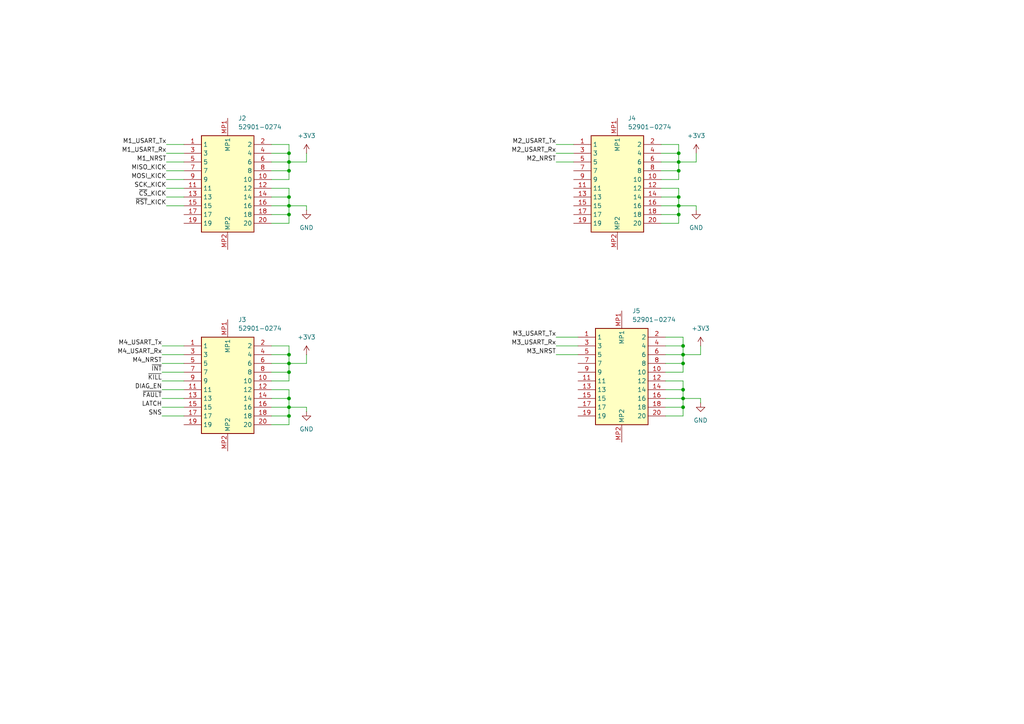
<source format=kicad_sch>
(kicad_sch (version 20231120) (generator "eeschema") (generator_version "8.0")
  (paper "A4")
  (lib_symbols
    (symbol "52901-0274:52901-0274"
      (property "Reference" "J" (at 34.29 12.7 0))
      (property "Value" "52901-0274" (at 34.29 10.16 0))
      (symbol "52901-0274_1_1"
        (rectangle (start 5.08 7.62) (end 33.02 -7.62) (stroke (width 0.254)) (fill (type background)))
        (pin passive line (at 7.62 -12.7 90) (length 5.08) (name "1") (number "1"))
        (pin passive line (at 17.78 12.7 270) (length 5.08) (name "10") (number "10"))
        (pin passive line (at 20.32 -12.7 90) (length 5.08) (name "11") (number "11"))
        (pin passive line (at 20.32 12.7 270) (length 5.08) (name "12") (number "12"))
        (pin passive line (at 22.86 -12.7 90) (length 5.08) (name "13") (number "13"))
        (pin passive line (at 22.86 12.7 270) (length 5.08) (name "14") (number "14"))
        (pin passive line (at 25.4 -12.7 90) (length 5.08) (name "15") (number "15"))
        (pin passive line (at 25.4 12.7 270) (length 5.08) (name "16") (number "16"))
        (pin passive line (at 27.94 -12.7 90) (length 5.08) (name "17") (number "17"))
        (pin passive line (at 27.94 12.7 270) (length 5.08) (name "18") (number "18"))
        (pin passive line (at 30.48 -12.7 90) (length 5.08) (name "19") (number "19"))
        (pin passive line (at 7.62 12.7 270) (length 5.08) (name "2") (number "2"))
        (pin passive line (at 30.48 12.7 270) (length 5.08) (name "20") (number "20"))
        (pin passive line (at 10.16 -12.7 90) (length 5.08) (name "3") (number "3"))
        (pin passive line (at 10.16 12.7 270) (length 5.08) (name "4") (number "4"))
        (pin passive line (at 12.7 -12.7 90) (length 5.08) (name "5") (number "5"))
        (pin passive line (at 12.7 12.7 270) (length 5.08) (name "6") (number "6"))
        (pin passive line (at 15.24 -12.7 90) (length 5.08) (name "7") (number "7"))
        (pin passive line (at 15.24 12.7 270) (length 5.08) (name "8") (number "8"))
        (pin passive line (at 17.78 -12.7 90) (length 5.08) (name "9") (number "9"))
        (pin passive line (at 0 0 0) (length 5.08) (name "MP1") (number "MP1"))
        (pin passive line (at 38.1 0 180) (length 5.08) (name "MP2") (number "MP2"))
      )
    )
    (symbol "power:+3V3" (power) (pin_numbers hide) (pin_names (offset 0) hide)
      (property "Value" "+3V3" (at 0 3.556 0))
      (symbol "+3V3_0_1"
        (polyline (pts (xy -0.762 1.27) (xy 0 2.54)))
        (polyline (pts (xy 0 0) (xy 0 2.54)))
        (polyline (pts (xy 0 2.54) (xy 0.762 1.27)))
      )
      (symbol "+3V3_1_1"
        (pin power_in line (at 0 0 90) (length 0) (name "~") (number "1"))
      )
    )
    (symbol "power:GND" (power) (pin_numbers hide) (pin_names (offset 0) hide)
      (property "Value" "GND" (at 0 -3.81 0))
      (symbol "GND_0_1"
        (polyline (pts (xy 0 0) (xy 0 -1.27) (xy 1.27 -1.27) (xy 0 -2.54) (xy -1.27 -1.27) (xy 0 -1.27)))
      )
      (symbol "GND_1_1"
        (pin power_in line (at 0 0 270) (length 0) (name "~") (number "1"))
      )
    )
  )
  (junction (at 83.82 44.45))
  (junction (at 83.82 120.65))
  (junction (at 196.85 62.23))
  (junction (at 198.12 115.57))
  (junction (at 196.85 44.45))
  (junction (at 198.12 100.33))
  (junction (at 198.12 118.11))
  (junction (at 196.85 46.99))
  (junction (at 83.82 57.15))
  (junction (at 83.82 59.69))
  (junction (at 198.12 102.87))
  (junction (at 83.82 62.23))
  (junction (at 198.12 105.41))
  (junction (at 196.85 59.69))
  (junction (at 196.85 57.15))
  (junction (at 198.12 113.03))
  (junction (at 83.82 115.57))
  (junction (at 83.82 107.95))
  (junction (at 83.82 102.87))
  (junction (at 196.85 49.53))
  (junction (at 83.82 105.41))
  (junction (at 83.82 118.11))
  (junction (at 83.82 46.99))
  (junction (at 83.82 49.53))
  (wire (pts (xy 191.77 41.91) (xy 196.85 41.91)))
  (wire (pts (xy 83.82 64.77) (xy 78.74 64.77)))
  (wire (pts (xy 196.85 62.23) (xy 196.85 64.77)))
  (wire (pts (xy 196.85 46.99) (xy 196.85 49.53)))
  (wire (pts (xy 83.82 113.03) (xy 83.82 115.57)))
  (wire (pts (xy 83.82 49.53) (xy 83.82 52.07)))
  (wire (pts (xy 83.82 115.57) (xy 78.74 115.57)))
  (wire (pts (xy 198.12 100.33) (xy 198.12 102.87)))
  (wire (pts (xy 83.82 100.33) (xy 83.82 102.87)))
  (wire (pts (xy 196.85 64.77) (xy 191.77 64.77)))
  (wire (pts (xy 78.74 113.03) (xy 83.82 113.03)))
  (wire (pts (xy 83.82 120.65) (xy 83.82 123.19)))
  (wire (pts (xy 196.85 41.91) (xy 196.85 44.45)))
  (wire (pts (xy 83.82 105.41) (xy 83.82 107.95)))
  (wire (pts (xy 196.85 59.69) (xy 201.93 59.69)))
  (wire (pts (xy 83.82 62.23) (xy 78.74 62.23)))
  (wire (pts (xy 198.12 102.87) (xy 198.12 105.41)))
  (wire (pts (xy 83.82 118.11) (xy 83.82 120.65)))
  (wire (pts (xy 191.77 49.53) (xy 196.85 49.53)))
  (wire (pts (xy 191.77 46.99) (xy 196.85 46.99)))
  (wire (pts (xy 83.82 123.19) (xy 78.74 123.19)))
  (wire (pts (xy 83.82 52.07) (xy 78.74 52.07)))
  (wire (pts (xy 198.12 120.65) (xy 193.04 120.65)))
  (wire (pts (xy 196.85 59.69) (xy 191.77 59.69)))
  (wire (pts (xy 196.85 59.69) (xy 196.85 62.23)))
  (wire (pts (xy 196.85 44.45) (xy 196.85 46.99)))
  (wire (pts (xy 46.99 120.65) (xy 53.34 120.65)))
  (wire (pts (xy 83.82 110.49) (xy 78.74 110.49)))
  (wire (pts (xy 198.12 113.03) (xy 193.04 113.03)))
  (wire (pts (xy 83.82 107.95) (xy 83.82 110.49)))
  (wire (pts (xy 191.77 44.45) (xy 196.85 44.45)))
  (wire (pts (xy 193.04 102.87) (xy 198.12 102.87)))
  (wire (pts (xy 198.12 118.11) (xy 193.04 118.11)))
  (wire (pts (xy 78.74 44.45) (xy 83.82 44.45)))
  (wire (pts (xy 161.29 46.99) (xy 166.37 46.99)))
  (wire (pts (xy 48.26 44.45) (xy 53.34 44.45)))
  (wire (pts (xy 83.82 115.57) (xy 83.82 118.11)))
  (wire (pts (xy 83.82 59.69) (xy 88.9 59.69)))
  (wire (pts (xy 46.99 110.49) (xy 53.34 110.49)))
  (wire (pts (xy 193.04 100.33) (xy 198.12 100.33)))
  (wire (pts (xy 88.9 59.69) (xy 88.9 60.96)))
  (wire (pts (xy 83.82 118.11) (xy 88.9 118.11)))
  (wire (pts (xy 48.26 52.07) (xy 53.34 52.07)))
  (wire (pts (xy 193.04 105.41) (xy 198.12 105.41)))
  (wire (pts (xy 161.29 44.45) (xy 166.37 44.45)))
  (wire (pts (xy 161.29 102.87) (xy 167.64 102.87)))
  (wire (pts (xy 48.26 57.15) (xy 53.34 57.15)))
  (wire (pts (xy 198.12 107.95) (xy 193.04 107.95)))
  (wire (pts (xy 83.82 120.65) (xy 78.74 120.65)))
  (wire (pts (xy 48.26 49.53) (xy 53.34 49.53)))
  (wire (pts (xy 48.26 54.61) (xy 53.34 54.61)))
  (wire (pts (xy 48.26 41.91) (xy 53.34 41.91)))
  (wire (pts (xy 161.29 41.91) (xy 166.37 41.91)))
  (wire (pts (xy 46.99 118.11) (xy 53.34 118.11)))
  (wire (pts (xy 83.82 62.23) (xy 83.82 64.77)))
  (wire (pts (xy 88.9 44.45) (xy 88.9 46.99)))
  (wire (pts (xy 193.04 110.49) (xy 198.12 110.49)))
  (wire (pts (xy 78.74 46.99) (xy 83.82 46.99)))
  (wire (pts (xy 46.99 115.57) (xy 53.34 115.57)))
  (wire (pts (xy 198.12 115.57) (xy 193.04 115.57)))
  (wire (pts (xy 46.99 113.03) (xy 53.34 113.03)))
  (wire (pts (xy 46.99 100.33) (xy 53.34 100.33)))
  (wire (pts (xy 78.74 49.53) (xy 83.82 49.53)))
  (wire (pts (xy 196.85 57.15) (xy 196.85 59.69)))
  (wire (pts (xy 83.82 59.69) (xy 78.74 59.69)))
  (wire (pts (xy 78.74 105.41) (xy 83.82 105.41)))
  (wire (pts (xy 83.82 41.91) (xy 83.82 44.45)))
  (wire (pts (xy 198.12 110.49) (xy 198.12 113.03)))
  (wire (pts (xy 198.12 102.87) (xy 203.2 102.87)))
  (wire (pts (xy 83.82 44.45) (xy 83.82 46.99)))
  (wire (pts (xy 83.82 118.11) (xy 78.74 118.11)))
  (wire (pts (xy 161.29 97.79) (xy 167.64 97.79)))
  (wire (pts (xy 78.74 54.61) (xy 83.82 54.61)))
  (wire (pts (xy 196.85 46.99) (xy 201.93 46.99)))
  (wire (pts (xy 198.12 115.57) (xy 198.12 118.11)))
  (wire (pts (xy 46.99 102.87) (xy 53.34 102.87)))
  (wire (pts (xy 203.2 115.57) (xy 203.2 116.84)))
  (wire (pts (xy 198.12 113.03) (xy 198.12 115.57)))
  (wire (pts (xy 201.93 44.45) (xy 201.93 46.99)))
  (wire (pts (xy 83.82 46.99) (xy 88.9 46.99)))
  (wire (pts (xy 83.82 57.15) (xy 83.82 59.69)))
  (wire (pts (xy 196.85 62.23) (xy 191.77 62.23)))
  (wire (pts (xy 161.29 100.33) (xy 167.64 100.33)))
  (wire (pts (xy 198.12 118.11) (xy 198.12 120.65)))
  (wire (pts (xy 83.82 54.61) (xy 83.82 57.15)))
  (wire (pts (xy 83.82 57.15) (xy 78.74 57.15)))
  (wire (pts (xy 78.74 102.87) (xy 83.82 102.87)))
  (wire (pts (xy 46.99 107.95) (xy 53.34 107.95)))
  (wire (pts (xy 88.9 102.87) (xy 88.9 105.41)))
  (wire (pts (xy 78.74 100.33) (xy 83.82 100.33)))
  (wire (pts (xy 196.85 54.61) (xy 196.85 57.15)))
  (wire (pts (xy 83.82 46.99) (xy 83.82 49.53)))
  (wire (pts (xy 83.82 102.87) (xy 83.82 105.41)))
  (wire (pts (xy 198.12 105.41) (xy 198.12 107.95)))
  (wire (pts (xy 48.26 46.99) (xy 53.34 46.99)))
  (wire (pts (xy 193.04 97.79) (xy 198.12 97.79)))
  (wire (pts (xy 78.74 41.91) (xy 83.82 41.91)))
  (wire (pts (xy 198.12 115.57) (xy 203.2 115.57)))
  (wire (pts (xy 201.93 59.69) (xy 201.93 60.96)))
  (wire (pts (xy 203.2 100.33) (xy 203.2 102.87)))
  (wire (pts (xy 48.26 59.69) (xy 53.34 59.69)))
  (wire (pts (xy 196.85 57.15) (xy 191.77 57.15)))
  (wire (pts (xy 198.12 97.79) (xy 198.12 100.33)))
  (wire (pts (xy 88.9 118.11) (xy 88.9 119.38)))
  (wire (pts (xy 196.85 49.53) (xy 196.85 52.07)))
  (wire (pts (xy 78.74 107.95) (xy 83.82 107.95)))
  (wire (pts (xy 46.99 105.41) (xy 53.34 105.41)))
  (wire (pts (xy 83.82 105.41) (xy 88.9 105.41)))
  (wire (pts (xy 83.82 59.69) (xy 83.82 62.23)))
  (wire (pts (xy 191.77 54.61) (xy 196.85 54.61)))
  (wire (pts (xy 196.85 52.07) (xy 191.77 52.07)))
  (label "MISO_KICK" (at 48.26 49.53 180))
  (label "SCK_KICK" (at 48.26 54.61 180))
  (label "LATCH" (at 46.99 118.11 180))
  (label "M4_USART_Rx" (at 46.99 102.87 180))
  (label "M4_USART_Tx" (at 46.99 100.33 180))
  (label "M1_USART_Rx" (at 48.26 44.45 180))
  (label "M3_NRST" (at 161.29 102.87 180))
  (label "M2_USART_Rx" (at 161.29 44.45 180))
  (label "~{FAULT}" (at 46.99 115.57 180))
  (label "DIAG_EN" (at 46.99 113.03 180))
  (label "M2_USART_Tx" (at 161.29 41.91 180))
  (label "MOSI_KICK" (at 48.26 52.07 180))
  (label "~{CS}_KICK" (at 48.26 57.15 180))
  (label "M1_USART_Tx" (at 48.26 41.91 180))
  (label "SNS" (at 46.99 120.65 180))
  (label "~{INT}" (at 46.99 107.95 180))
  (label "M1_NRST" (at 48.26 46.99 180))
  (label "M3_USART_Rx" (at 161.29 100.33 180))
  (label "~{RST}_KICK" (at 48.26 59.69 180))
  (label "~{KILL}" (at 46.99 110.49 180))
  (label "M4_NRST" (at 46.99 105.41 180))
  (label "M2_NRST" (at 161.29 46.99 180))
  (label "M3_USART_Tx" (at 161.29 97.79 180))
  (symbol (lib_id "power:+3V3") (at 201.93 44.45 0) (unit 1)
    (property "Reference" "#PWR07" (effects (hide yes)))
    (property "Value" "+3V3" (at 201.93 39.37 0))
    (property "Description" "Power symbol creates a global label with name \"+3V3\"" (effects (hide yes)))
  )
  (symbol (lib_id "power:GND") (at 203.2 116.84 0) (unit 1)
    (property "Reference" "#PWR06" (effects (hide yes)))
    (property "Value" "GND" (at 203.2 121.92 0))
    (property "Description" "Power symbol creates a global label with name \"GND\" , ground" (effects (hide yes)))
  )
  (symbol (lib_id "power:GND") (at 88.9 119.38 0) (unit 1)
    (property "Reference" "#PWR04" (effects (hide yes)))
    (property "Value" "GND" (at 88.9 124.46 0))
    (property "Description" "Power symbol creates a global label with name \"GND\" , ground" (effects (hide yes)))
  )
  (symbol (lib_id "power:+3V3") (at 203.2 100.33 0) (unit 1)
    (property "Reference" "#PWR05" (effects (hide yes)))
    (property "Value" "+3V3" (at 203.2 95.25 0))
    (property "Description" "Power symbol creates a global label with name \"+3V3\"" (effects (hide yes)))
  )
  (symbol (lib_id "52901-0274:52901-0274") (at 179.07 34.29 270) (unit 1)
    (property "Reference" "J4" (at 182.0865 34.29 90) (effects (justify left)))
    (property "Value" "52901-0274" (at 182.0865 36.83 90) (effects (justify left)))
    (property "Footprint" "RoboJackets-Connectors:529010274" (effects (hide yes)))
    (property "Datasheet" "https://www.molex.com/pdm_docs/sd/529010274_sd.pdf" (effects (hide yes)))
    (property "Description" "Molex SlimStack Series 52901 Series Number 0.635mm Pitch 20 Way 2 Row Straight PCB Socket, Surface Mount, Solder" (effects (hide yes)))
    (property "Height" "10.45" (effects (hide yes)))
    (property "Manufacturer_Name" "Molex" (effects (hide yes)))
    (property "Manufacturer_Part_Number" "52901-0274" (effects (hide yes)))
    (property "Mouser Part Number" "538-52901-0274" (effects (hide yes)))
    (property "Mouser Price/Stock" "https://www.mouser.co.uk/ProductDetail/Molex/52901-0274?qs=5MaBjaOy8G1z2e7RZjBBtg%3D%3D" (effects (hide yes)))
  )
  (symbol (lib_id "52901-0274:52901-0274") (at 180.34 90.17 270) (unit 1)
    (property "Reference" "J5" (at 183.3565 90.17 90) (effects (justify left)))
    (property "Value" "52901-0274" (at 183.3565 92.71 90) (effects (justify left)))
    (property "Footprint" "RoboJackets-Connectors:529010274" (effects (hide yes)))
    (property "Datasheet" "https://www.molex.com/pdm_docs/sd/529010274_sd.pdf" (effects (hide yes)))
    (property "Description" "Molex SlimStack Series 52901 Series Number 0.635mm Pitch 20 Way 2 Row Straight PCB Socket, Surface Mount, Solder" (effects (hide yes)))
    (property "Height" "10.45" (effects (hide yes)))
    (property "Manufacturer_Name" "Molex" (effects (hide yes)))
    (property "Manufacturer_Part_Number" "52901-0274" (effects (hide yes)))
    (property "Mouser Part Number" "538-52901-0274" (effects (hide yes)))
    (property "Mouser Price/Stock" "https://www.mouser.co.uk/ProductDetail/Molex/52901-0274?qs=5MaBjaOy8G1z2e7RZjBBtg%3D%3D" (effects (hide yes)))
  )
  (symbol (lib_id "52901-0274:52901-0274") (at 66.04 34.29 270) (unit 1)
    (property "Reference" "J2" (at 69.0565 34.29 90) (effects (justify left)))
    (property "Value" "52901-0274" (at 69.0565 36.83 90) (effects (justify left)))
    (property "Footprint" "RoboJackets-Connectors:529010274" (effects (hide yes)))
    (property "Datasheet" "https://www.molex.com/pdm_docs/sd/529010274_sd.pdf" (effects (hide yes)))
    (property "Description" "Molex SlimStack Series 52901 Series Number 0.635mm Pitch 20 Way 2 Row Straight PCB Socket, Surface Mount, Solder" (effects (hide yes)))
    (property "Height" "10.45" (effects (hide yes)))
    (property "Manufacturer_Name" "Molex" (effects (hide yes)))
    (property "Manufacturer_Part_Number" "52901-0274" (effects (hide yes)))
    (property "Mouser Part Number" "538-52901-0274" (effects (hide yes)))
    (property "Mouser Price/Stock" "https://www.mouser.co.uk/ProductDetail/Molex/52901-0274?qs=5MaBjaOy8G1z2e7RZjBBtg%3D%3D" (effects (hide yes)))
  )
  (symbol (lib_id "power:+3V3") (at 88.9 44.45 0) (unit 1)
    (property "Reference" "#PWR01" (effects (hide yes)))
    (property "Value" "+3V3" (at 88.9 39.37 0))
    (property "Description" "Power symbol creates a global label with name \"+3V3\"" (effects (hide yes)))
  )
  (symbol (lib_id "52901-0274:52901-0274") (at 66.04 92.71 270) (unit 1)
    (property "Reference" "J3" (at 69.0565 92.71 90) (effects (justify left)))
    (property "Value" "52901-0274" (at 69.0565 95.25 90) (effects (justify left)))
    (property "Footprint" "RoboJackets-Connectors:529010274" (effects (hide yes)))
    (property "Datasheet" "https://www.molex.com/pdm_docs/sd/529010274_sd.pdf" (effects (hide yes)))
    (property "Description" "Molex SlimStack Series 52901 Series Number 0.635mm Pitch 20 Way 2 Row Straight PCB Socket, Surface Mount, Solder" (effects (hide yes)))
    (property "Height" "10.45" (effects (hide yes)))
    (property "Manufacturer_Name" "Molex" (effects (hide yes)))
    (property "Manufacturer_Part_Number" "52901-0274" (effects (hide yes)))
    (property "Mouser Part Number" "538-52901-0274" (effects (hide yes)))
    (property "Mouser Price/Stock" "https://www.mouser.co.uk/ProductDetail/Molex/52901-0274?qs=5MaBjaOy8G1z2e7RZjBBtg%3D%3D" (effects (hide yes)))
  )
  (symbol (lib_id "power:GND") (at 88.9 60.96 0) (unit 1)
    (property "Reference" "#PWR02" (effects (hide yes)))
    (property "Value" "GND" (at 88.9 66.04 0))
    (property "Description" "Power symbol creates a global label with name \"GND\" , ground" (effects (hide yes)))
  )
  (symbol (lib_id "power:+3V3") (at 88.9 102.87 0) (unit 1)
    (property "Reference" "#PWR03" (effects (hide yes)))
    (property "Value" "+3V3" (at 88.9 97.79 0))
    (property "Description" "Power symbol creates a global label with name \"+3V3\"" (effects (hide yes)))
  )
  (symbol (lib_id "power:GND") (at 201.93 60.96 0) (unit 1)
    (property "Reference" "#PWR08" (effects (hide yes)))
    (property "Value" "GND" (at 201.93 66.04 0))
    (property "Description" "Power symbol creates a global label with name \"GND\" , ground" (effects (hide yes)))
  )
)
</source>
